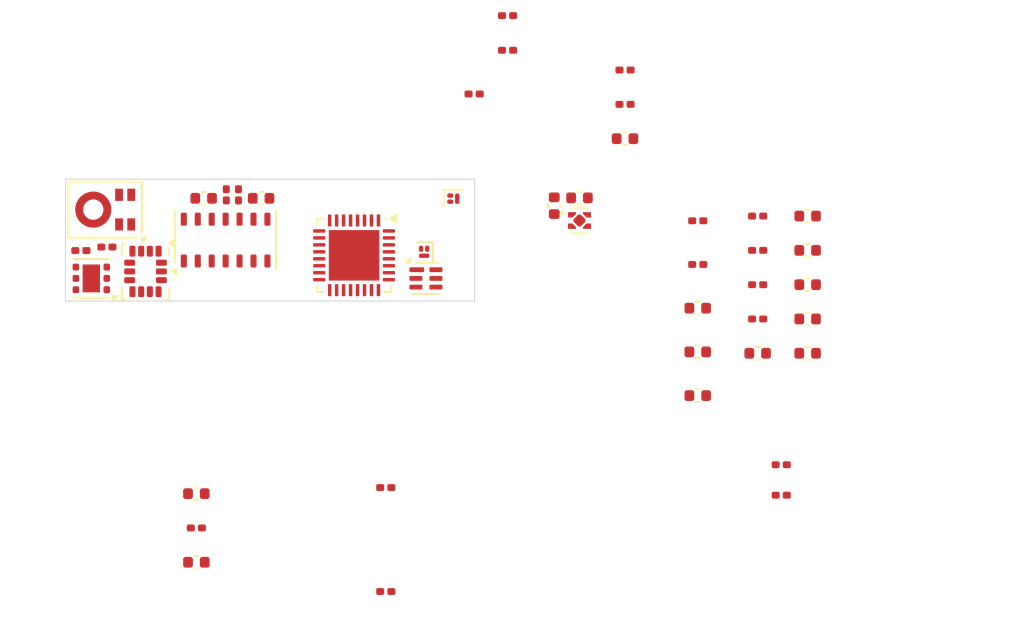
<source format=kicad_pcb>
(kicad_pcb (version 20241229) (generator "pcbnew") (generator_version "9.99")
  (layers (0 "F.Cu" signal) (2 "B.Cu" signal) (13 "F.Paste" user) (15 "B.Paste" user) (5 "F.SilkS" user "F.Silkscreen") (7 "B.SilkS" user "B.Silkscreen") (1 "F.Mask" user) (3 "B.Mask" user) (25 "Edge.Cuts" user))
  (net 0 "")
  (net 1 "VDD")
  (net 2 "GND")
  (net 3 "+BATT")
  (net 4 "/HBT_INT")
  (net 5 "/I2C_SDA")
  (net 6 "/I2C_SCL")
  (net 7 "/IMU_INT2")
  (net 8 "/IMU_INT1")
  (net 9 "Net-(U3-VDDIO)")
  (net 18 "Net-(C12-Pad1)")
  (net 19 "Net-(C13-Pad1)")
  (net 20 "Net-(AE1-PCB_Trace)")
  (net 21 "Net-(IC1-DECOUPLE)")
  (net 22 "Net-(IC1-HFXTAL_I)")
  (net 24 "Net-(IC1-HFXTAL_O)")
  (net 25 "/RF")
  (net 27 "Net-(IC1-RFVDD)")
  (net 28 "Net-(IC1-PAVDD)")
  (net 33 "Net-(IC1-PA01)")
  (net 34 "Net-(IC1-PA02)")
  (net 36 "Net-(IC1-RESETN)")
  (net 39 "/MIC_CLOCK")
  (net 40 "/MIC_DATA")
  (net 41 "/TMP_INT")
  (net 42 "Net-(U5-BAT)")
  (net 43 "Net-(BT1--)")
  (net 44 "Net-(Q2-D)")
  (net 45 "Net-(Q2-G)")
  (net 46 "Net-(Q3-G)")
  (net 47 "Net-(U5-V-)")
  (footprint "Capacitor_SMD:C_0402_1005Metric" (layer "F.Cu") (at 107.9375 84.6)
    (property "Reference" "C8" (hide yes))
    (property "Value" "4.7u")
    (fp_line (start -0.107836 -0.36) (end 0.107836 -0.36) (stroke (width 0.12)) (layer "F.SilkS"))
    (fp_line (start -0.107836 0.36) (end 0.107836 0.36) (stroke (width 0.12)) (layer "F.SilkS"))
    (pad "1" smd roundrect (at -0.48 0) (size 0.56 0.62) (layers "F.Cu" "F.Mask" "F.Paste") (net 2 "GND"))
    (pad "2" smd roundrect (at 0.48 0) (size 0.56 0.62) (layers "F.Cu" "F.Mask" "F.Paste") (net 1 "VDD"))
  )
  (footprint "Capacitor_SMD:C_0201_0603Metric" (layer "F.Cu") (at 107.52 103.53)
    (property "Reference" "C6" (hide yes))
    (property "Value" "100n")
    (pad "1" smd roundrect (at -0.32 0) (size 0.46 0.4) (layers "F.Cu" "F.Mask") (net 2 "GND"))
    (pad "2" smd roundrect (at 0.32 0) (size 0.46 0.4) (layers "F.Cu" "F.Mask") (net 1 "VDD"))
  )
  (footprint "Resistor_SMD:R_0201_0603Metric" (layer "F.Cu") (at 100.8875 87.6 180)
    (property "Reference" "C3" (hide yes))
    (property "Value" "100n")
    (pad "1" smd roundrect (at -0.32 0 180) (size 0.46 0.4) (layers "F.Cu" "F.Mask") (net 2 "GND"))
    (pad "2" smd roundrect (at 0.32 0 180) (size 0.46 0.4) (layers "F.Cu" "F.Mask") (net 1 "VDD"))
  )
  (footprint "Capacitor_SMD:C_0201_0603Metric" (layer "F.Cu") (at 136.31 85.89)
    (property "Reference" "C15" (hide yes))
    (property "Value" "C")
    (pad "1" smd roundrect (at -0.32 0) (size 0.46 0.4) (layers "F.Cu" "F.Mask") (net 2 "GND"))
    (pad "2" smd roundrect (at 0.32 0) (size 0.46 0.4) (layers "F.Cu" "F.Mask") (net 22 "Net-(IC1-HFXTAL_I)"))
  )
  (footprint "Capacitor_SMD:C_0402_1005Metric" (layer "F.Cu") (at 136.31 90.91)
    (property "Reference" "C17" (hide yes))
    (property "Value" "10u")
    (fp_line (start -0.107836 -0.36) (end 0.107836 -0.36) (stroke (width 0.12)) (layer "F.SilkS"))
    (fp_line (start -0.107836 0.36) (end 0.107836 0.36) (stroke (width 0.12)) (layer "F.SilkS"))
    (pad "1" smd roundrect (at -0.48 0) (size 0.56 0.62) (layers "F.Cu" "F.Mask" "F.Paste") (net 2 "GND"))
    (pad "2" smd roundrect (at 0.48 0) (size 0.56 0.62) (layers "F.Cu" "F.Mask" "F.Paste") (net 1 "VDD"))
  )
  (footprint "OptoDevice:Maxim_OLGA-14_3.3x5.6mm_P0.8mm" (layer "F.Cu") (at 109.2 87 90)
    (property "Reference" "U4" (hide yes))
    (property "Value" "MAX30102")
    (fp_line (start -1.25 -2.92) (end 1.64 -2.92) (stroke (width 0.12)) (layer "F.SilkS"))
    (fp_line (start 1.66 2.9) (end -1.65 2.9) (stroke (width 0.12)) (layer "F.SilkS"))
    (fp_poly (pts (xy -1.69 -2.85) (xy -1.97 -2.85) (xy -1.69 -3.13) (xy -1.69 -2.85)) (stroke (width 0.12)) (fill yes) (layer "F.SilkS"))
    (pad "1" smd roundrect (at -1.2 -2.4 90) (size 0.75 0.35) (layers "F.Cu" "F.Mask" "F.Paste"))
    (pad "2" smd roundrect (at -1.2 -1.6 90) (size 0.75 0.35) (layers "F.Cu" "F.Mask" "F.Paste") (net 6 "/I2C_SCL"))
    (pad "3" smd roundrect (at -1.2 -0.8 90) (size 0.75 0.35) (layers "F.Cu" "F.Mask" "F.Paste") (net 5 "/I2C_SDA"))
    (pad "4" smd roundrect (at -1.2 0 90) (size 0.75 0.35) (layers "F.Cu" "F.Mask" "F.Paste") (net 2 "GND"))
    (pad "5" smd roundrect (at -1.2 0.8 90) (size 0.75 0.35) (layers "F.Cu" "F.Mask" "F.Paste"))
    (pad "6" smd roundrect (at -1.2 1.6 90) (size 0.75 0.35) (layers "F.Cu" "F.Mask" "F.Paste"))
    (pad "7" smd roundrect (at -1.2 2.4 90) (size 0.75 0.35) (layers "F.Cu" "F.Mask" "F.Paste"))
    (pad "8" smd roundrect (at 1.2 2.4 90) (size 0.75 0.35) (layers "F.Cu" "F.Mask" "F.Paste"))
    (pad "9" smd roundrect (at 1.2 1.6 90) (size 0.75 0.35) (layers "F.Cu" "F.Mask" "F.Paste") (net 3 "+BATT"))
    (pad "10" smd roundrect (at 1.2 0.8 90) (size 0.75 0.35) (layers "F.Cu" "F.Mask" "F.Paste") (net 3 "+BATT"))
    (pad "11" smd roundrect (at 1.2 0 90) (size 0.75 0.35) (layers "F.Cu" "F.Mask" "F.Paste") (net 1 "VDD"))
    (pad "12" smd roundrect (at 1.2 -0.8 90) (size 0.75 0.35) (layers "F.Cu" "F.Mask" "F.Paste") (net 2 "GND"))
    (pad "13" smd roundrect (at 1.2 -1.6 90) (size 0.75 0.35) (layers "F.Cu" "F.Mask" "F.Paste") (net 4 "/HBT_INT"))
    (pad "14" smd roundrect (at 1.2 -2.4 90) (size 0.75 0.35) (layers "F.Cu" "F.Mask" "F.Paste"))
  )
  (footprint "Package_SON:WSON-6-1EP_2x2mm_P0.65mm_EP1x1.6mm" (layer "F.Cu") (at 101.4875 89.2 180)
    (property "Reference" "U1" (hide yes))
    (property "Value" "TMP117xxDRV")
    (fp_line (start -1 1.11) (end 1 1.11) (stroke (width 0.12)) (layer "F.SilkS"))
    (fp_line (start -1 -1.11) (end 1 -1.11) (stroke (width 0.12)) (layer "F.SilkS"))
    (fp_poly (pts (xy -1.24 -1.01) (xy -1.52 -1.01) (xy -1.24 -1.29) (xy -1.24 -1.01)) (stroke (width 0.12)) (fill yes) (layer "F.SilkS"))
    (pad "1" smd roundrect (at -0.8875 -0.65 180) (size 0.375 0.4) (layers "F.Cu" "F.Mask" "F.Paste") (net 6 "/I2C_SCL"))
    (pad "2" smd roundrect (at -0.8875 0 180) (size 0.375 0.4) (layers "F.Cu" "F.Mask" "F.Paste") (net 2 "GND"))
    (pad "3" smd roundrect (at -0.8875 0.65 180) (size 0.375 0.4) (layers "F.Cu" "F.Mask" "F.Paste") (net 41 "/TMP_INT"))
    (pad "4" smd roundrect (at 0.8875 0.65 180) (size 0.375 0.4) (layers "F.Cu" "F.Mask" "F.Paste") (net 2 "GND"))
    (pad "5" smd roundrect (at 0.8875 0 180) (size 0.375 0.4) (layers "F.Cu" "F.Mask" "F.Paste") (net 1 "VDD"))
    (pad "6" smd roundrect (at 0.8875 -0.65 180) (size 0.375 0.4) (layers "F.Cu" "F.Mask" "F.Paste") (net 5 "/I2C_SDA"))
    (pad "7" smd rect (at 0 0 180) (size 1 1.6) (property pad_prop_heatsink) (layers "F.Cu" "F.Mask"))
  )
  (footprint "Resistor_SMD:R_0201_0603Metric" (layer "F.Cu") (at 118.395 101.21)
    (property "Reference" "R2" (hide yes))
    (property "Value" "10k")
    (pad "1" smd roundrect (at -0.32 0) (size 0.46 0.4) (layers "F.Cu" "F.Mask") (net 41 "/TMP_INT"))
    (pad "2" smd roundrect (at 0.32 0) (size 0.46 0.4) (layers "F.Cu" "F.Mask") (net 1 "VDD"))
  )
  (footprint "Capacitor_SMD:C_0201_0603Metric" (layer "F.Cu") (at 123.47 78.61)
    (property "Reference" "C33" (hide yes))
    (property "Value" "100n")
    (pad "1" smd roundrect (at -0.32 0) (size 0.46 0.4) (layers "F.Cu" "F.Mask") (net 42 "Net-(U5-BAT)"))
    (pad "2" smd roundrect (at 0.32 0) (size 0.46 0.4) (layers "F.Cu" "F.Mask") (net 43 "Net-(BT1--)"))
  )
  (footprint "Package_DFN_QFN:Texas_PicoStar_DFN-3_0.69x0.60mm" (layer "F.Cu") (at 120.6 87.675 -90)
    (property "Reference" "Q3" (hide yes))
    (property "Value" "CSD13380F3")
    (fp_line (start -0.56 0.45) (end -0.56 -0.51) (stroke (width 0.12)) (layer "F.SilkS"))
    (fp_line (start -0.56 -0.51) (end 0.5 -0.51) (stroke (width 0.12)) (layer "F.SilkS"))
    (pad "1" smd roundrect (at -0.175 -0.175 270) (size 0.35 0.25) (layers "F.Cu" "F.Mask") (roundrect_rratio 0.4) (net 46 "Net-(Q3-G)"))
    (pad "2" smd roundrect (at -0.175 0.175 270) (size 0.35 0.25) (layers "F.Cu" "F.Mask") (roundrect_rratio 0.4) (net 43 "Net-(BT1--)"))
    (pad "3" smd roundrect (at 0.225 0 270) (size 0.25 0.6) (layers "F.Cu" "F.Mask" "F.Paste") (roundrect_rratio 0.4) (net 44 "Net-(Q2-D)"))
  )
  (footprint "Package_LGA:LGA-14_3x2.5mm_P0.5mm_LayoutBorder3x4y" (layer "F.Cu") (at 104.6 88.8 -90)
    (property "Reference" "U3" (hide yes))
    (property "Value" "LSM6DSOXTR")
    (fp_line (start -1.61 1.36) (end -1.61 1.185) (stroke (width 0.12)) (layer "F.SilkS"))
    (fp_line (start -0.935 1.36) (end -1.61 1.36) (stroke (width 0.12)) (layer "F.SilkS"))
    (fp_line (start 0.935 1.36) (end 1.61 1.36) (stroke (width 0.12)) (layer "F.SilkS"))
    (fp_line (start 1.61 1.36) (end 1.61 1.185) (stroke (width 0.12)) (layer "F.SilkS"))
    (fp_line (start -0.935 -1.36) (end -1.31 -1.36) (stroke (width 0.12)) (layer "F.SilkS"))
    (fp_line (start 0.935 -1.36) (end 1.61 -1.36) (stroke (width 0.12)) (layer "F.SilkS"))
    (fp_line (start 1.61 -1.36) (end 1.61 -1.185) (stroke (width 0.12)) (layer "F.SilkS"))
    (fp_poly (pts (xy -1.61 -1.36) (xy -1.75 -1.55) (xy -1.47 -1.55) (xy -1.61 -1.36)) (stroke (width 0.12)) (fill yes) (layer "F.SilkS"))
    (pad "1" smd roundrect (at -1.1625 -0.75 270) (size 0.625 0.35) (layers "F.Cu" "F.Mask" "F.Paste") (net 2 "GND"))
    (pad "2" smd roundrect (at -1.1625 -0.25 270) (size 0.625 0.35) (layers "F.Cu" "F.Mask" "F.Paste") (net 2 "GND"))
    (pad "3" smd roundrect (at -1.1625 0.25 270) (size 0.625 0.35) (layers "F.Cu" "F.Mask" "F.Paste") (net 2 "GND"))
    (pad "4" smd roundrect (at -1.1625 0.75 270) (size 0.625 0.35) (layers "F.Cu" "F.Mask" "F.Paste") (net 8 "/IMU_INT1"))
    (pad "5" smd roundrect (at -0.5 0.9125 270) (size 0.35 0.625) (layers "F.Cu" "F.Mask" "F.Paste") (net 9 "Net-(U3-VDDIO)"))
    (pad "6" smd roundrect (at 0 0.9125 270) (size 0.35 0.625) (layers "F.Cu" "F.Mask" "F.Paste") (net 2 "GND"))
    (pad "7" smd roundrect (at 0.5 0.9125 270) (size 0.35 0.625) (layers "F.Cu" "F.Mask" "F.Paste") (net 2 "GND"))
    (pad "8" smd roundrect (at 1.1625 0.75 270) (size 0.625 0.35) (layers "F.Cu" "F.Mask" "F.Paste") (net 1 "VDD"))
    (pad "9" smd roundrect (at 1.1625 0.25 270) (size 0.625 0.35) (layers "F.Cu" "F.Mask" "F.Paste") (net 7 "/IMU_INT2"))
    (pad "10" smd roundrect (at 1.1625 -0.25 270) (size 0.625 0.35) (layers "F.Cu" "F.Mask" "F.Paste"))
    (pad "11" smd roundrect (at 1.1625 -0.75 270) (size 0.625 0.35) (layers "F.Cu" "F.Mask" "F.Paste"))
    (pad "12" smd roundrect (at 0.5 -0.9125 270) (size 0.35 0.625) (layers "F.Cu" "F.Mask" "F.Paste") (net 1 "VDD"))
    (pad "13" smd roundrect (at 0 -0.9125 270) (size 0.35 0.625) (layers "F.Cu" "F.Mask" "F.Paste") (net 6 "/I2C_SCL"))
    (pad "14" smd roundrect (at -0.5 -0.9125 270) (size 0.35 0.625) (layers "F.Cu" "F.Mask" "F.Paste") (net 5 "/I2C_SDA"))
  )
  (footprint "Capacitor_SMD:C_0402_1005Metric" (layer "F.Cu") (at 107.52 105.5)
    (property "Reference" "C7" (hide yes))
    (property "Value" "1u")
    (fp_line (start -0.107836 -0.36) (end 0.107836 -0.36) (stroke (width 0.12)) (layer "F.SilkS"))
    (fp_line (start -0.107836 0.36) (end 0.107836 0.36) (stroke (width 0.12)) (layer "F.SilkS"))
    (pad "1" smd roundrect (at -0.48 0) (size 0.56 0.62) (layers "F.Cu" "F.Mask" "F.Paste") (net 2 "GND"))
    (pad "2" smd roundrect (at 0.48 0) (size 0.56 0.62) (layers "F.Cu" "F.Mask" "F.Paste") (net 1 "VDD"))
  )
  (footprint "Capacitor_SMD:C_0402_1005Metric" (layer "F.Cu") (at 129.52 84.575 180)
    (property "Reference" "C27" (hide yes))
    (property "Value" "1u")
    (fp_line (start -0.107836 0.36) (end 0.107836 0.36) (stroke (width 0.12)) (layer "F.SilkS"))
    (fp_line (start -0.107836 -0.36) (end 0.107836 -0.36) (stroke (width 0.12)) (layer "F.SilkS"))
    (pad "1" smd roundrect (at -0.48 0 180) (size 0.56 0.62) (layers "F.Cu" "F.Mask" "F.Paste") (net 3 "+BATT"))
    (pad "2" smd roundrect (at 0.48 0 180) (size 0.56 0.62) (layers "F.Cu" "F.Mask" "F.Paste") (net 2 "GND"))
  )
  (footprint "Capacitor_SMD:C_0402_1005Metric" (layer "F.Cu") (at 142.62 89.56)
    (property "Reference" "C30" (hide yes))
    (property "Value" "1u")
    (fp_line (start -0.107836 -0.36) (end 0.107836 -0.36) (stroke (width 0.12)) (layer "F.SilkS"))
    (fp_line (start -0.107836 0.36) (end 0.107836 0.36) (stroke (width 0.12)) (layer "F.SilkS"))
    (pad "1" smd roundrect (at -0.48 0) (size 0.56 0.62) (layers "F.Cu" "F.Mask" "F.Paste") (net 28 "Net-(IC1-PAVDD)"))
    (pad "2" smd roundrect (at 0.48 0) (size 0.56 0.62) (layers "F.Cu" "F.Mask" "F.Paste") (net 2 "GND"))
  )
  (footprint "Capacitor_SMD:C_0402_1005Metric" (layer "F.Cu") (at 136.31 93.42)
    (property "Reference" "C20" (hide yes))
    (property "Value" "1u")
    (fp_line (start -0.107836 -0.36) (end 0.107836 -0.36) (stroke (width 0.12)) (layer "F.SilkS"))
    (fp_line (start -0.107836 0.36) (end 0.107836 0.36) (stroke (width 0.12)) (layer "F.SilkS"))
    (pad "1" smd roundrect (at -0.48 0) (size 0.56 0.62) (layers "F.Cu" "F.Mask" "F.Paste") (net 2 "GND"))
    (pad "2" smd roundrect (at 0.48 0) (size 0.56 0.62) (layers "F.Cu" "F.Mask" "F.Paste") (net 1 "VDD"))
  )
  (footprint "Package_DFN_QFN:QFN-32-1EP_4x4mm_P0.4mm_EP2.9x2.9mm" (layer "F.Cu") (at 116.575 87.875 -90)
    (property "Reference" "IC1" (hide yes))
    (property "Value" "EFR32BG27C140F768IM32-B")
    (fp_line (start -2.11 2.11) (end -2.11 1.76) (stroke (width 0.12)) (layer "F.SilkS"))
    (fp_line (start -1.76 2.11) (end -2.11 2.11) (stroke (width 0.12)) (layer "F.SilkS"))
    (fp_line (start 1.76 2.11) (end 2.11 2.11) (stroke (width 0.12)) (layer "F.SilkS"))
    (fp_line (start 2.11 2.11) (end 2.11 1.76) (stroke (width 0.12)) (layer "F.SilkS"))
    (fp_line (start -2.11 -1.76) (end -2.11 -1.87) (stroke (width 0.12)) (layer "F.SilkS"))
    (fp_line (start 1.76 -2.11) (end 2.11 -2.11) (stroke (width 0.12)) (layer "F.SilkS"))
    (fp_line (start 2.11 -2.11) (end 2.11 -1.76) (stroke (width 0.12)) (layer "F.SilkS"))
    (fp_poly (pts (xy -2.11 -2.11) (xy -2.35 -2.44) (xy -1.87 -2.44) (xy -2.11 -2.11)) (stroke (width 0.12)) (fill yes) (layer "F.SilkS"))
    (pad "1" smd roundrect (at -2 -1.4 270) (size 0.7 0.2) (layers "F.Cu" "F.Mask" "F.Paste"))
    (pad "2" smd roundrect (at -2 -1 270) (size 0.7 0.2) (layers "F.Cu" "F.Mask" "F.Paste"))
    (pad "3" smd roundrect (at -2 -0.6 270) (size 0.7 0.2) (layers "F.Cu" "F.Mask" "F.Paste"))
    (pad "4" smd roundrect (at -2 -0.2 270) (size 0.7 0.2) (layers "F.Cu" "F.Mask" "F.Paste"))
    (pad "5" smd roundrect (at -2 0.2 270) (size 0.7 0.2) (layers "F.Cu" "F.Mask" "F.Paste"))
    (pad "6" smd roundrect (at -2 0.6 270) (size 0.7 0.2) (layers "F.Cu" "F.Mask" "F.Paste"))
    (pad "7" smd roundrect (at -2 1 270) (size 0.7 0.2) (layers "F.Cu" "F.Mask" "F.Paste") (net 22 "Net-(IC1-HFXTAL_I)"))
    (pad "8" smd roundrect (at -2 1.4 270) (size 0.7 0.2) (layers "F.Cu" "F.Mask" "F.Paste") (net 24 "Net-(IC1-HFXTAL_O)"))
    (pad "9" smd roundrect (at -1.4 2 270) (size 0.2 0.7) (layers "F.Cu" "F.Mask" "F.Paste") (net 36 "Net-(IC1-RESETN)"))
    (pad "10" smd roundrect (at -1 2 270) (size 0.2 0.7) (layers "F.Cu" "F.Mask" "F.Paste") (net 27 "Net-(IC1-RFVDD)"))
    (pad "11" smd roundrect (at -0.6 2 270) (size 0.2 0.7) (layers "F.Cu" "F.Mask" "F.Paste") (net 2 "GND"))
    (pad "12" smd roundrect (at -0.2 2 270) (size 0.2 0.7) (layers "F.Cu" "F.Mask" "F.Paste") (net 25 "/RF"))
    (pad "13" smd roundrect (at 0.2 2 270) (size 0.2 0.7) (layers "F.Cu" "F.Mask" "F.Paste") (net 28 "Net-(IC1-PAVDD)"))
    (pad "14" smd roundrect (at 0.6 2 270) (size 0.2 0.7) (layers "F.Cu" "F.Mask" "F.Paste") (net 7 "/IMU_INT2"))
    (pad "15" smd roundrect (at 1 2 270) (size 0.2 0.7) (layers "F.Cu" "F.Mask" "F.Paste") (net 8 "/IMU_INT1"))
    (pad "16" smd roundrect (at 1.4 2 270) (size 0.2 0.7) (layers "F.Cu" "F.Mask" "F.Paste") (net 4 "/HBT_INT"))
    (pad "17" smd roundrect (at 2 1.4 270) (size 0.7 0.2) (layers "F.Cu" "F.Mask" "F.Paste") (net 41 "/TMP_INT"))
    (pad "18" smd roundrect (at 2 1 270) (size 0.7 0.2) (layers "F.Cu" "F.Mask" "F.Paste") (net 33 "Net-(IC1-PA01)"))
    (pad "19" smd roundrect (at 2 0.6 270) (size 0.7 0.2) (layers "F.Cu" "F.Mask" "F.Paste") (net 34 "Net-(IC1-PA02)"))
    (pad "20" smd roundrect (at 2 0.2 270) (size 0.7 0.2) (layers "F.Cu" "F.Mask" "F.Paste") (net 6 "/I2C_SCL"))
    (pad "21" smd roundrect (at 2 -0.2 270) (size 0.7 0.2) (layers "F.Cu" "F.Mask" "F.Paste") (net 5 "/I2C_SDA"))
    (pad "22" smd roundrect (at 2 -0.6 270) (size 0.7 0.2) (layers "F.Cu" "F.Mask" "F.Paste"))
    (pad "23" smd roundrect (at 2 -1 270) (size 0.7 0.2) (layers "F.Cu" "F.Mask" "F.Paste"))
    (pad "24" smd roundrect (at 2 -1.4 270) (size 0.7 0.2) (layers "F.Cu" "F.Mask" "F.Paste") (net 21 "Net-(IC1-DECOUPLE)"))
    (pad "25" smd roundrect (at 1.4 -2 270) (size 0.2 0.7) (layers "F.Cu" "F.Mask" "F.Paste"))
    (pad "26" smd roundrect (at 1 -2 270) (size 0.2 0.7) (layers "F.Cu" "F.Mask" "F.Paste") (net 1 "VDD"))
    (pad "27" smd roundrect (at 0.6 -2 270) (size 0.2 0.7) (layers "F.Cu" "F.Mask" "F.Paste") (net 2 "GND"))
    (pad "28" smd roundrect (at 0.2 -2 270) (size 0.2 0.7) (layers "F.Cu" "F.Mask" "F.Paste") (net 1 "VDD"))
    (pad "29" smd roundrect (at -0.2 -2 270) (size 0.2 0.7) (layers "F.Cu" "F.Mask" "F.Paste") (net 1 "VDD"))
    (pad "30" smd roundrect (at -0.6 -2 270) (size 0.2 0.7) (layers "F.Cu" "F.Mask" "F.Paste") (net 1 "VDD"))
    (pad "31" smd roundrect (at -1 -2 270) (size 0.2 0.7) (layers "F.Cu" "F.Mask" "F.Paste") (net 40 "/MIC_DATA"))
    (pad "32" smd roundrect (at -1.4 -2 270) (size 0.2 0.7) (layers "F.Cu" "F.Mask" "F.Paste") (net 39 "/MIC_CLOCK"))
    (pad "33" smd rect (at 0 0 270) (size 2.9 2.9) (property pad_prop_heatsink) (layers "F.Cu" "F.Mask") (net 2 "GND"))
  )
  (footprint "Capacitor_SMD:C_0201_0603Metric" (layer "F.Cu") (at 109.9375 84.4 90)
    (property "Reference" "C11" (hide yes))
    (property "Value" "100n")
    (pad "1" smd roundrect (at -0.32 0 90) (size 0.46 0.4) (layers "F.Cu" "F.Mask") (net 3 "+BATT"))
    (pad "2" smd roundrect (at 0.32 0 90) (size 0.46 0.4) (layers "F.Cu" "F.Mask") (net 2 "GND"))
  )
  (footprint "Capacitor_SMD:C_0402_1005Metric" (layer "F.Cu") (at 132.135 81.175)
    (property "Reference" "C14" (hide yes))
    (property "Value" "1u")
    (fp_line (start -0.107836 -0.36) (end 0.107836 -0.36) (stroke (width 0.12)) (layer "F.SilkS"))
    (fp_line (start -0.107836 0.36) (end 0.107836 0.36) (stroke (width 0.12)) (layer "F.SilkS"))
    (pad "1" smd roundrect (at -0.48 0) (size 0.56 0.62) (layers "F.Cu" "F.Mask" "F.Paste") (net 2 "GND"))
    (pad "2" smd roundrect (at 0.48 0) (size 0.56 0.62) (layers "F.Cu" "F.Mask" "F.Paste") (net 21 "Net-(IC1-DECOUPLE)"))
  )
  (footprint "Sensor_Audio:Infineon_PG-LLGA-5-1" (layer "F.Cu") (at 102.28 85.25 180)
    (property "Reference" "MK2" (hide yes))
    (property "Value" "IM69D130")
    (fp_line (start 2.11 1.61) (end -2.11 1.61) (stroke (width 0.12)) (layer "F.SilkS"))
    (fp_line (start 2.11 -1.61) (end 2.11 1.61) (stroke (width 0.12)) (layer "F.SilkS"))
    (fp_line (start -1.81 -1.61) (end 2.11 -1.61) (stroke (width 0.12)) (layer "F.SilkS"))
    (fp_line (start -2.11 1.61) (end -2.11 -1.31) (stroke (width 0.12)) (layer "F.SilkS"))
    (fp_poly (pts (xy -2.11 -1.61) (xy -2.39 -1.61) (xy -2.11 -1.89) (xy -2.11 -1.61)) (stroke (width 0.12)) (fill yes) (layer "F.SilkS"))
    (pad "" np_thru_hole circle (at 0.68 0 180) (size 0.8 0.8) (drill 0.8) (layers "*.Cu" "*.Mask"))
    (pad "1" smd rect (at -1.5 -0.85 180) (size 0.45 0.7) (layers "F.Cu" "F.Mask") (net 40 "/MIC_DATA"))
    (pad "2" smd rect (at -0.8 -0.85 180) (size 0.45 0.7) (layers "F.Cu" "F.Mask") (net 1 "VDD"))
    (pad "3" smd rect (at -1.5 0.85 180) (size 0.45 0.7) (layers "F.Cu" "F.Mask") (net 39 "/MIC_CLOCK"))
    (pad "4" smd rect (at -0.8 0.85 180) (size 0.45 0.7) (layers "F.Cu" "F.Mask") (net 2 "GND"))
    (pad "5" smd custom (at 0.68 -0.81 180) (size 0.4 0.4) (layers "F.Cu" "F.Mask") (net 2 "GND") (options (clearance outline) (anchor circle)) (primitives (gr_circle (center 0 0.81) (end 0.81 0.81) (width 0.46) (fill no))))
  )
  (footprint "Capacitor_SMD:C_0201_0603Metric" (layer "F.Cu") (at 139.75 87.59)
    (property "Reference" "C19" (hide yes))
    (property "Value" "100n")
    (pad "1" smd roundrect (at -0.32 0) (size 0.46 0.4) (layers "F.Cu" "F.Mask") (net 1 "VDD"))
    (pad "2" smd roundrect (at 0.32 0) (size 0.46 0.4) (layers "F.Cu" "F.Mask") (net 2 "GND"))
  )
  (footprint "Capacitor_SMD:C_0402_1005Metric" (layer "F.Cu") (at 107.52 101.56)
    (property "Reference" "C5" (hide yes))
    (property "Value" "100nF")
    (fp_line (start -0.107836 -0.36) (end 0.107836 -0.36) (stroke (width 0.12)) (layer "F.SilkS"))
    (fp_line (start -0.107836 0.36) (end 0.107836 0.36) (stroke (width 0.12)) (layer "F.SilkS"))
    (pad "1" smd roundrect (at -0.48 0) (size 0.56 0.62) (layers "F.Cu" "F.Mask" "F.Paste") (net 9 "Net-(U3-VDDIO)"))
    (pad "2" smd roundrect (at 0.48 0) (size 0.56 0.62) (layers "F.Cu" "F.Mask" "F.Paste") (net 2 "GND"))
  )
  (footprint "Capacitor_SMD:C_0201_0603Metric" (layer "F.Cu") (at 125.39 74.11)
    (property "Reference" "R3" (hide yes))
    (property "Value" "2.2k")
    (pad "1" smd roundrect (at -0.32 0) (size 0.46 0.4) (layers "F.Cu" "F.Mask") (net 47 "Net-(U5-V-)"))
    (pad "2" smd roundrect (at 0.32 0) (size 0.46 0.4) (layers "F.Cu" "F.Mask") (net 2 "GND"))
  )
  (footprint "Capacitor_SMD:C_0402_1005Metric" (layer "F.Cu") (at 136.31 95.93)
    (property "Reference" "C22" (hide yes))
    (property "Value" "1u")
    (fp_line (start -0.107836 -0.36) (end 0.107836 -0.36) (stroke (width 0.12)) (layer "F.SilkS"))
    (fp_line (start -0.107836 0.36) (end 0.107836 0.36) (stroke (width 0.12)) (layer "F.SilkS"))
    (pad "1" smd roundrect (at -0.48 0) (size 0.56 0.62) (layers "F.Cu" "F.Mask" "F.Paste") (net 2 "GND"))
    (pad "2" smd roundrect (at 0.48 0) (size 0.56 0.62) (layers "F.Cu" "F.Mask" "F.Paste") (net 1 "VDD"))
  )
  (footprint "Resistor_SMD:R_0201_0603Metric" (layer "F.Cu") (at 141.105 101.65)
    (property "Reference" "R6" (hide yes))
    (property "Value" "R")
    (pad "1" smd roundrect (at -0.32 0) (size 0.46 0.4) (layers "F.Cu" "F.Mask") (net 5 "/I2C_SDA"))
    (pad "2" smd roundrect (at 0.32 0) (size 0.46 0.4) (layers "F.Cu" "F.Mask") (net 1 "VDD"))
  )
  (footprint "Capacitor_SMD:C_0402_1005Metric" (layer "F.Cu") (at 111.2375 84.6 180)
    (property "Reference" "C10" (hide yes))
    (property "Value" "10u")
    (fp_line (start -0.107836 0.36) (end 0.107836 0.36) (stroke (width 0.12)) (layer "F.SilkS"))
    (fp_line (start -0.107836 -0.36) (end 0.107836 -0.36) (stroke (width 0.12)) (layer "F.SilkS"))
    (pad "1" smd roundrect (at -0.48 0 180) (size 0.56 0.62) (layers "F.Cu" "F.Mask" "F.Paste") (net 2 "GND"))
    (pad "2" smd roundrect (at 0.48 0 180) (size 0.56 0.62) (layers "F.Cu" "F.Mask" "F.Paste") (net 3 "+BATT"))
  )
  (footprint "Capacitor_SMD:C_0201_0603Metric" (layer "F.Cu") (at 109.2375 84.4 90)
    (property "Reference" "C9" (hide yes))
    (property "Value" "100n")
    (pad "1" smd roundrect (at -0.32 0 90) (size 0.46 0.4) (layers "F.Cu" "F.Mask") (net 1 "VDD"))
    (pad "2" smd roundrect (at 0.32 0 90) (size 0.46 0.4) (layers "F.Cu" "F.Mask") (net 2 "GND"))
  )
  (footprint "Capacitor_SMD:C_0402_1005Metric" (layer "F.Cu") (at 142.62 91.53)
    (property "Reference" "C31" (hide yes))
    (property "Value" "100n")
    (fp_line (start -0.107836 -0.36) (end 0.107836 -0.36) (stroke (width 0.12)) (layer "F.SilkS"))
    (fp_line (start -0.107836 0.36) (end 0.107836 0.36) (stroke (width 0.12)) (layer "F.SilkS"))
    (pad "1" smd roundrect (at -0.48 0) (size 0.56 0.62) (layers "F.Cu" "F.Mask" "F.Paste") (net 28 "Net-(IC1-PAVDD)"))
    (pad "2" smd roundrect (at 0.48 0) (size 0.56 0.62) (layers "F.Cu" "F.Mask" "F.Paste") (net 2 "GND"))
  )
  (footprint "Capacitor_SMD:C_0201_0603Metric" (layer "F.Cu") (at 132.135 77.235)
    (property "Reference" "C12" (hide yes))
    (property "Value" "1.6p")
    (pad "1" smd roundrect (at -0.32 0) (size 0.46 0.4) (layers "F.Cu" "F.Mask") (net 18 "Net-(C12-Pad1)"))
    (pad "2" smd roundrect (at 0.32 0) (size 0.46 0.4) (layers "F.Cu" "F.Mask") (net 2 "GND"))
  )
  (footprint "Package_SON:WSON-6_1.5x1.5mm_P0.5mm" (layer "F.Cu") (at 120.7 89.2)
    (property "Reference" "U5" (hide yes))
    (property "Value" "BQ297xy")
    (fp_line (start -0.785 0.9) (end 0.785 0.9) (stroke (width 0.12)) (layer "F.SilkS"))
    (fp_line (start -0.58 -0.9) (end 0.78 -0.9) (stroke (width 0.12)) (layer "F.SilkS"))
    (fp_poly (pts (xy -0.9 -0.9) (xy -1.18 -0.9) (xy -0.9 -1.18) (xy -0.9 -0.9)) (stroke (width 0.12)) (fill yes) (layer "F.SilkS"))
    (pad "1" smd roundrect (at -0.525 -0.5 270) (size 0.28 0.85) (layers "F.Cu" "F.Mask" "F.Paste"))
    (pad "2" smd roundrect (at -0.575 0 270) (size 0.28 0.75) (layers "F.Cu" "F.Mask" "F.Paste") (net 45 "Net-(Q2-G)"))
    (pad "3" smd roundrect (at -0.575 0.5 270) (size 0.28 0.75) (layers "F.Cu" "F.Mask" "F.Paste") (net 46 "Net-(Q3-G)"))
    (pad "4" smd roundrect (at 0.575 0.5 270) (size 0.28 0.75) (layers "F.Cu" "F.Mask" "F.Paste") (net 43 "Net-(BT1--)"))
    (pad "5" smd roundrect (at 0.575 0 270) (size 0.28 0.75) (layers "F.Cu" "F.Mask" "F.Paste") (net 42 "Net-(U5-BAT)"))
    (pad "6" smd roundrect (at 0.575 -0.5 270) (size 0.28 0.75) (layers "F.Cu" "F.Mask" "F.Paste") (net 47 "Net-(U5-V-)"))
  )
  (footprint "Capacitor_SMD:C_0201_0603Metric" (layer "F.Cu") (at 136.31 88.4)
    (property "Reference" "C16" (hide yes))
    (property "Value" "C")
    (pad "1" smd roundrect (at -0.32 0) (size 0.46 0.4) (layers "F.Cu" "F.Mask") (net 24 "Net-(IC1-HFXTAL_O)"))
    (pad "2" smd roundrect (at 0.32 0) (size 0.46 0.4) (layers "F.Cu" "F.Mask") (net 2 "GND"))
  )
  (footprint "Capacitor_SMD:C_0402_1005Metric" (layer "F.Cu") (at 139.75 93.5)
    (property "Reference" "C24" (hide yes))
    (property "Value" "100n")
    (fp_line (start -0.107836 -0.36) (end 0.107836 -0.36) (stroke (width 0.12)) (layer "F.SilkS"))
    (fp_line (start -0.107836 0.36) (end 0.107836 0.36) (stroke (width 0.12)) (layer "F.SilkS"))
    (pad "1" smd roundrect (at -0.48 0) (size 0.56 0.62) (layers "F.Cu" "F.Mask" "F.Paste") (net 27 "Net-(IC1-RFVDD)"))
    (pad "2" smd roundrect (at 0.48 0) (size 0.56 0.62) (layers "F.Cu" "F.Mask" "F.Paste") (net 2 "GND"))
  )
  (footprint "Capacitor_SMD:C_0402_1005Metric" (layer "F.Cu") (at 142.62 87.59)
    (property "Reference" "C29" (hide yes))
    (property "Value" "1u")
    (fp_line (start -0.107836 -0.36) (end 0.107836 -0.36) (stroke (width 0.12)) (layer "F.SilkS"))
    (fp_line (start -0.107836 0.36) (end 0.107836 0.36) (stroke (width 0.12)) (layer "F.SilkS"))
    (pad "1" smd roundrect (at -0.48 0) (size 0.56 0.62) (layers "F.Cu" "F.Mask" "F.Paste") (net 27 "Net-(IC1-RFVDD)"))
    (pad "2" smd roundrect (at 0.48 0) (size 0.56 0.62) (layers "F.Cu" "F.Mask" "F.Paste") (net 2 "GND"))
  )
  (footprint "Resistor_SMD:R_0201_0603Metric" (layer "F.Cu") (at 118.395 107.18)
    (property "Reference" "R5" (hide yes))
    (property "Value" "10k")
    (pad "1" smd roundrect (at -0.32 0) (size 0.46 0.4) (layers "F.Cu" "F.Mask") (net 4 "/HBT_INT"))
    (pad "2" smd roundrect (at 0.32 0) (size 0.46 0.4) (layers "F.Cu" "F.Mask") (net 1 "VDD"))
  )
  (footprint "Capacitor_SMD:C_0201_0603Metric" (layer "F.Cu") (at 132.135 79.205)
    (property "Reference" "C13" (hide yes))
    (property "Value" "18p")
    (pad "1" smd roundrect (at -0.32 0) (size 0.46 0.4) (layers "F.Cu" "F.Mask") (net 19 "Net-(C13-Pad1)"))
    (pad "2" smd roundrect (at 0.32 0) (size 0.46 0.4) (layers "F.Cu" "F.Mask") (net 20 "Net-(AE1-PCB_Trace)"))
  )
  (footprint "Capacitor_SMD:C_0402_1005Metric" (layer "F.Cu") (at 142.62 85.62)
    (property "Reference" "C25" (hide yes))
    (property "Value" "120p")
    (fp_line (start -0.107836 -0.36) (end 0.107836 -0.36) (stroke (width 0.12)) (layer "F.SilkS"))
    (fp_line (start -0.107836 0.36) (end 0.107836 0.36) (stroke (width 0.12)) (layer "F.SilkS"))
    (pad "1" smd roundrect (at -0.48 0) (size 0.56 0.62) (layers "F.Cu" "F.Mask" "F.Paste") (net 27 "Net-(IC1-RFVDD)"))
    (pad "2" smd roundrect (at 0.48 0) (size 0.56 0.62) (layers "F.Cu" "F.Mask" "F.Paste") (net 2 "GND"))
  )
  (footprint "Package_SON:Texas_X2SON-4_1x1mm_P0.65mm" (layer "F.Cu") (at 129.52 85.875)
    (property "Reference" "U2" (hide yes))
    (property "Value" "TPS7A20xxxDQN")
    (fp_line (start -0.5 -0.74) (end 0.5 -0.74) (stroke (width 0.12)) (layer "F.SilkS"))
    (fp_line (start -0.5 0.74) (end 0.5 0.74) (stroke (width 0.12)) (layer "F.SilkS"))
    (fp_circle (center -1 -0.45) (end -0.86 -0.46) (fill yes) (layer "F.SilkS"))
    (pad "1" smd custom (at -0.43 -0.325) (size 0.148492 0.148492) (layers "F.Cu") (net 1 "VDD") (options (clearance outline) (anchor circle)) (primitives (gr_poly (pts (xy 0.23 -0.054289) (xy 0.020711 0.155) (xy -0.23 0.155) (xy -0.23 -0.155) (xy 0.23 -0.155)) (width 0) (fill yes))))
    (pad "2" smd custom (at -0.43 0.325) (size 0.148492 0.148492) (layers "F.Cu") (net 2 "GND") (options (clearance outline) (anchor circle)) (primitives (gr_poly (pts (xy 0.23 0.054289) (xy 0.23 0.155) (xy -0.23 0.155) (xy -0.23 -0.155) (xy 0.020711 -0.155)) (width 0) (fill yes))))
    (pad "3" smd custom (at 0.43 0.325) (size 0.148492 0.148492) (layers "F.Cu") (net 3 "+BATT") (options (clearance outline) (anchor circle)) (primitives (gr_poly (pts (xy 0.23 0.155) (xy -0.23 0.155) (xy -0.23 0.054289) (xy -0.020711 -0.155) (xy 0.23 -0.155)) (width 0) (fill yes))))
    (pad "4" smd custom (at 0.43 -0.325) (size 0.148492 0.148492) (layers "F.Cu") (net 3 "+BATT") (options (clearance outline) (anchor circle)) (primitives (gr_poly (pts (xy 0.23 0.155) (xy -0.020711 0.155) (xy -0.23 -0.054289) (xy -0.23 -0.155) (xy 0.23 -0.155)) (width 0) (fill yes))))
    (pad "5" smd roundrect (at 0 0 45) (size 0.58 0.58) (layers "F.Cu" "F.Mask" "F.Paste") (net 2 "GND"))
  )
  (footprint "Capacitor_SMD:C_0402_1005Metric" (layer "F.Cu") (at 128.07 85.025 90)
    (property "Reference" "C28" (hide yes))
    (property "Value" "1u")
    (fp_line (start -0.107836 -0.36) (end 0.107836 -0.36) (stroke (width 0.12)) (layer "F.SilkS"))
    (fp_line (start -0.107836 0.36) (end 0.107836 0.36) (stroke (width 0.12)) (layer "F.SilkS"))
    (pad "1" smd roundrect (at -0.48 0 90) (size 0.56 0.62) (layers "F.Cu" "F.Mask" "F.Paste") (net 1 "VDD"))
    (pad "2" smd roundrect (at 0.48 0 90) (size 0.56 0.62) (layers "F.Cu" "F.Mask" "F.Paste") (net 2 "GND"))
  )
  (footprint "Capacitor_SMD:C_0201_0603Metric" (layer "F.Cu") (at 139.75 89.56)
    (property "Reference" "C21" (hide yes))
    (property "Value" "10n")
    (pad "1" smd roundrect (at -0.32 0) (size 0.46 0.4) (layers "F.Cu" "F.Mask") (net 1 "VDD"))
    (pad "2" smd roundrect (at 0.32 0) (size 0.46 0.4) (layers "F.Cu" "F.Mask") (net 2 "GND"))
  )
  (footprint "Capacitor_SMD:C_0201_0603Metric" (layer "F.Cu") (at 139.75 85.62)
    (property "Reference" "C18" (hide yes))
    (property "Value" "100n")
    (pad "1" smd roundrect (at -0.32 0) (size 0.46 0.4) (layers "F.Cu" "F.Mask") (net 1 "VDD"))
    (pad "2" smd roundrect (at 0.32 0) (size 0.46 0.4) (layers "F.Cu" "F.Mask") (net 2 "GND"))
  )
  (footprint "Resistor_SMD:R_0201_0603Metric" (layer "F.Cu") (at 141.105 99.9)
    (property "Reference" "R1" (hide yes))
    (property "Value" "R")
    (pad "1" smd roundrect (at -0.32 0) (size 0.46 0.4) (layers "F.Cu" "F.Mask") (net 6 "/I2C_SCL"))
    (pad "2" smd roundrect (at 0.32 0) (size 0.46 0.4) (layers "F.Cu" "F.Mask") (net 1 "VDD"))
  )
  (footprint "Capacitor_SMD:C_0201_0603Metric" (layer "F.Cu") (at 139.75 91.53)
    (property "Reference" "C23" (hide yes))
    (property "Value" "100n")
    (pad "1" smd roundrect (at -0.32 0) (size 0.46 0.4) (layers "F.Cu" "F.Mask") (net 1 "VDD"))
    (pad "2" smd roundrect (at 0.32 0) (size 0.46 0.4) (layers "F.Cu" "F.Mask") (net 2 "GND"))
  )
  (footprint "Capacitor_SMD:C_0201_0603Metric" (layer "F.Cu") (at 125.39 76.1)
    (property "Reference" "R4" (hide yes))
    (property "Value" "330")
    (pad "1" smd roundrect (at -0.32 0) (size 0.46 0.4) (layers "F.Cu" "F.Mask") (net 3 "+BATT"))
    (pad "2" smd roundrect (at 0.32 0) (size 0.46 0.4) (layers "F.Cu" "F.Mask") (net 42 "Net-(U5-BAT)"))
  )
  (footprint "Capacitor_SMD:C_0201_0603Metric" (layer "F.Cu") (at 102.38 87.4)
    (property "Reference" "C26" (hide yes))
    (property "Value" "100n")
    (pad "1" smd roundrect (at -0.32 0) (size 0.46 0.4) (layers "F.Cu" "F.Mask") (net 2 "GND"))
    (pad "2" smd roundrect (at 0.32 0) (size 0.46 0.4) (layers "F.Cu" "F.Mask") (net 1 "VDD"))
  )
  (footprint "Capacitor_SMD:C_0402_1005Metric" (layer "F.Cu") (at 142.62 93.5)
    (property "Reference" "C32" (hide yes))
    (property "Value" "120p")
    (fp_line (start -0.107836 -0.36) (end 0.107836 -0.36) (stroke (width 0.12)) (layer "F.SilkS"))
    (fp_line (start -0.107836 0.36) (end 0.107836 0.36) (stroke (width 0.12)) (layer "F.SilkS"))
    (pad "1" smd roundrect (at -0.48 0) (size 0.56 0.62) (layers "F.Cu" "F.Mask" "F.Paste") (net 28 "Net-(IC1-PAVDD)"))
    (pad "2" smd roundrect (at 0.48 0) (size 0.56 0.62) (layers "F.Cu" "F.Mask" "F.Paste") (net 2 "GND"))
  )
  (footprint "Package_DFN_QFN:Texas_PicoStar_DFN-3_0.69x0.60mm" (layer "F.Cu") (at 122.275 84.62)
    (property "Reference" "Q2" (hide yes))
    (property "Value" "CSD13380F3")
    (fp_line (start -0.56 -0.51) (end 0.5 -0.51) (stroke (width 0.12)) (layer "F.SilkS"))
    (fp_line (start -0.56 0.45) (end -0.56 -0.51) (stroke (width 0.12)) (layer "F.SilkS"))
    (pad "1" smd roundrect (at -0.175 -0.175) (size 0.35 0.25) (layers "F.Cu" "F.Mask") (roundrect_rratio 0.4) (net 45 "Net-(Q2-G)"))
    (pad "2" smd roundrect (at -0.175 0.175) (size 0.35 0.25) (layers "F.Cu" "F.Mask") (roundrect_rratio 0.4) (net 2 "GND"))
    (pad "3" smd roundrect (at 0.225 0) (size 0.25 0.6) (layers "F.Cu" "F.Mask" "F.Paste") (roundrect_rratio 0.4) (net 44 "Net-(Q2-D)"))
  )
  (gr_line (start 100 83.5) (end 100 90.5) (stroke (width 0.05)) (layer "Edge.Cuts"))
  (gr_line (start 100 83.5) (end 123.5 83.5) (stroke (width 0.05)) (layer "Edge.Cuts"))
  (gr_line (start 100 90.5) (end 123.5 90.5) (stroke (width 0.05)) (layer "Edge.Cuts"))
  (gr_line (start 123.5 90.5) (end 123.5 83.5) (stroke (width 0.05)) (layer "Edge.Cuts"))
)
</source>
